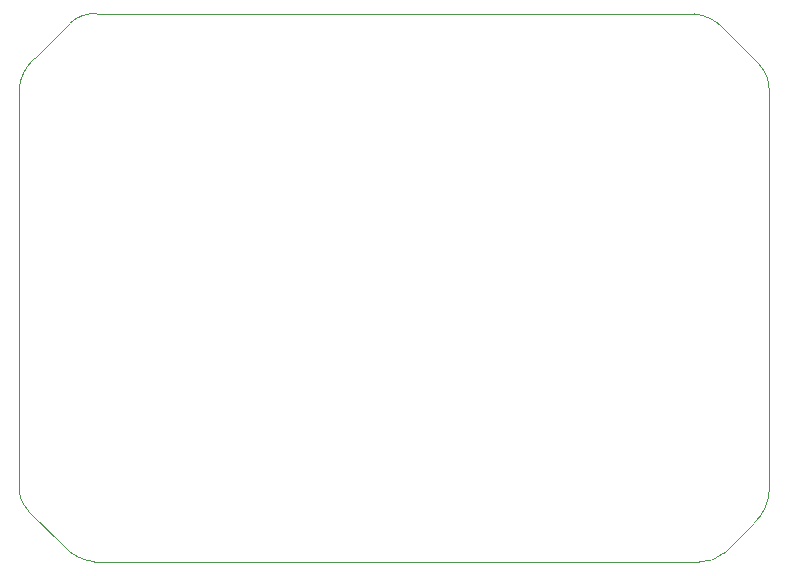
<source format=gbr>
%TF.GenerationSoftware,KiCad,Pcbnew,9.0.6*%
%TF.CreationDate,2025-12-04T12:23:30+01:00*%
%TF.ProjectId,Motherboard,4d6f7468-6572-4626-9f61-72642e6b6963,rev?*%
%TF.SameCoordinates,Original*%
%TF.FileFunction,Profile,NP*%
%FSLAX46Y46*%
G04 Gerber Fmt 4.6, Leading zero omitted, Abs format (unit mm)*
G04 Created by KiCad (PCBNEW 9.0.6) date 2025-12-04 12:23:30*
%MOMM*%
%LPD*%
G01*
G04 APERTURE LIST*
%TA.AperFunction,Profile*%
%ADD10C,0.050000*%
%TD*%
G04 APERTURE END LIST*
D10*
X121098290Y-82571837D02*
G75*
G02*
X123361796Y-81785935I2009499J-2135078D01*
G01*
X116751099Y-88158115D02*
G75*
G02*
X118078298Y-85568168I3904444J-365774D01*
G01*
X116751099Y-120977115D02*
X116751099Y-121606115D01*
X123106099Y-128177115D02*
X124244099Y-128210115D01*
X176458850Y-127417678D02*
X178981105Y-124908115D01*
X180267461Y-122114115D02*
G75*
G02*
X178981101Y-124908110I-3953361J127015D01*
G01*
X180267460Y-122114115D02*
X180251099Y-93412115D01*
X180251099Y-93412115D02*
X180251095Y-88412127D01*
X179465201Y-86148610D02*
G75*
G02*
X180251089Y-88412126I-2135101J-2009490D01*
G01*
X179465200Y-86148610D02*
X176441091Y-83078117D01*
X173901098Y-81808117D02*
G75*
G02*
X176441095Y-83078120I-380998J-3936983D01*
G01*
X173901099Y-81808115D02*
X123361963Y-81785937D01*
X121091593Y-82575183D02*
X118079303Y-85568168D01*
X116751099Y-88158115D02*
X116751099Y-93117115D01*
X116751099Y-93117115D02*
X116751099Y-120971115D01*
X117537002Y-123869622D02*
G75*
G02*
X116751088Y-121606115I2135098J2009522D01*
G01*
X117537002Y-123869622D02*
X120561102Y-126893732D01*
X123104501Y-128175030D02*
G75*
G02*
X120566637Y-126893732I377599J3901930D01*
G01*
X124244099Y-128210115D02*
X174346099Y-128210115D01*
X176458850Y-127417679D02*
G75*
G02*
X174346100Y-128210115I-2003350J2128556D01*
G01*
M02*

</source>
